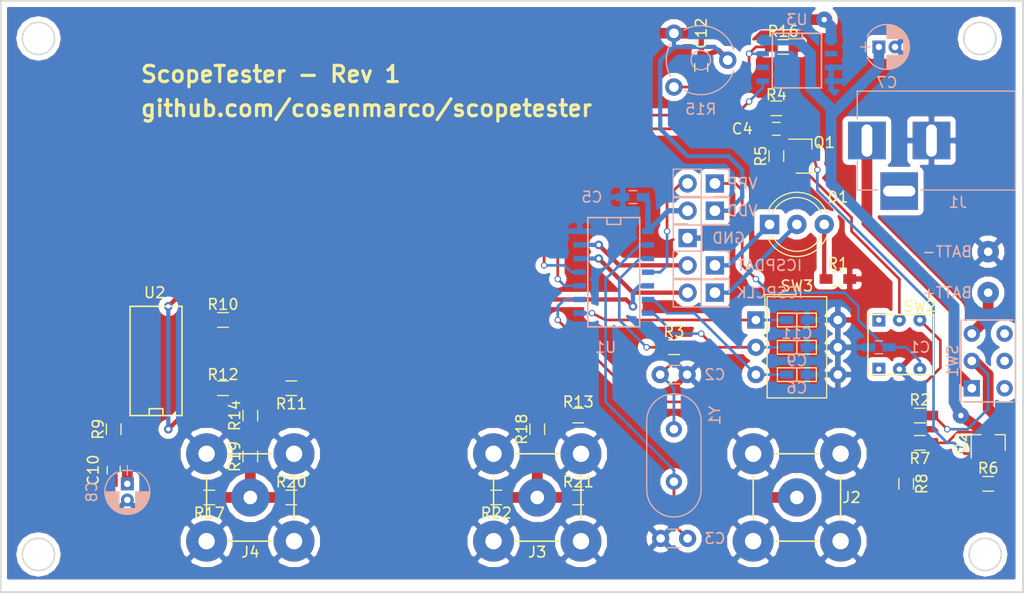
<source format=kicad_pcb>
(kicad_pcb (version 4) (host pcbnew 4.0.7+dfsg1-1)
  (title_block (title ScopeTester) (date 2017-12-22) (rev 1))
  (layers (0 F.Cu signal) (31 B.Cu signal hide) (34 B.Paste user hide) (35 F.Paste user hide) (36 B.SilkS user) (37 F.SilkS user) (38 B.Mask user) (39 F.Mask user) (44 Edge.Cuts user))
  (net 0 "")
  (net 1 "Net-(BT1-Pad1)")
  (net 2 SWITCH)
  (net 3 GND)
  (net 4 "Net-(C4-Pad1)")
  (net 5 VDD)
  (net 6 "Net-(C6-Pad1)")
  (net 7 "Net-(C7-Pad1)")
  (net 8 "Net-(C9-Pad1)")
  (net 9 "Net-(C11-Pad1)")
  (net 10 "Net-(C12-Pad2)")
  (net 11 "Net-(J1-Pad1)")
  (net 12 "Net-(J1-Pad3)")
  (net 13 "Net-(J2-Pad1)")
  (net 14 "Net-(J3-Pad1)")
  (net 15 "Net-(J4-Pad1)")
  (net 16 "Net-(Q1-Pad3)")
  (net 17 "Net-(Q2-Pad2)")
  (net 18 "Net-(D1-Pad3)")
  (net 19 "Net-(R2-Pad1)")
  (net 20 "Net-(R3-Pad1)")
  (net 21 "Net-(C2-Pad1)")
  (net 22 SHUTDOWN)
  (net 23 SENSE)
  (net 24 "Net-(R9-Pad2)")
  (net 25 "Net-(R10-Pad1)")
  (net 26 "Net-(R11-Pad2)")
  (net 27 "Net-(R12-Pad1)")
  (net 28 "Net-(R13-Pad1)")
  (net 29 "Net-(R14-Pad1)")
  (net 30 "Net-(C3-Pad1)")
  (net 31 "Net-(JP3-Pad2)")
  (net 32 "Net-(U1-Pad5)")
  (net 33 ERR)
  (net 34 "Net-(JP2-Pad2)")
  (net 35 "Net-(JP1-Pad2)")
  (net 36 "Net-(U2-Pad4)")
  (net 37 "Net-(U2-Pad6)")
  (net 38 "Net-(U2-Pad8)")
  (net 39 "Net-(U2-Pad12)")
  (net 40 "Net-(U2-Pad10)")
  (net 41 "Net-(U3-Pad6)")
  (net 42 "Net-(U3-Pad2)")
  (net 43 "Net-(D1-Pad1)")
  (net 44 "Net-(D1-Pad2)")
  (net 45 "Net-(SW1-Pad4)")
  (net 46 "Net-(SW1-Pad5)")
  (net 47 "Net-(SW1-Pad6)")
  (net 48 "Net-(SW2-Pad4)")
  (net 49 "Net-(SW2-Pad1)")
  (net 50 "Net-(C5-Pad2)")
  (module Capacitors_SMD:C_0603_HandSoldering (layer B.Cu) (at 181.61 62.23 180)
    (fp_text reference C1 (at -3.81 0 180) (layer B.SilkS) (effects (justify mirror)))
    (fp_text value 330nF)
    (pad 1 smd rect (at -0.95 0 180) (size 1.2 0.75) (layers B.Cu B.Paste B.Mask) (net 2 SWITCH))
    (pad 2 smd rect (at 0.95 0 180) (size 1.2 0.75) (layers B.Cu B.Paste B.Mask) (net 3 GND))
  )
  (module Capacitors_SMD:C_0603_HandSoldering (layer F.Cu) (at 172.085 41.91 180)
    (fp_text reference C4 (at 3.175 0 180) (layer F.SilkS))
    (fp_text value 0.22µF)
    (pad 1 smd rect (at -0.95 0 180) (size 1.2 0.75) (layers F.Cu F.Paste F.Mask) (net 4 "Net-(C4-Pad1)"))
    (pad 2 smd rect (at 0.95 0 180) (size 1.2 0.75) (layers F.Cu F.Paste F.Mask) (net 3 GND))
  )
  (module Capacitors_SMD:C_0603_HandSoldering (layer B.Cu) (at 158.75 48.26)
    (fp_text reference C5 (at -3.81 0) (layer B.SilkS) (effects (justify mirror)))
    (fp_text value 100nF)
    (pad 1 smd rect (at -0.95 0) (size 1.2 0.75) (layers B.Cu B.Paste B.Mask) (net 3 GND))
    (pad 2 smd rect (at 0.95 0) (size 1.2 0.75) (layers B.Cu B.Paste B.Mask) (net 50 "Net-(C5-Pad2)"))
  )
  (module Capacitors_SMD:C_0603_HandSoldering (layer B.Cu) (at 173.99 64.77)
    (fp_text reference C6 (at 0 1.25) (layer B.SilkS) (effects (justify mirror)))
    (fp_text value 0)
    (pad 1 smd rect (at -0.95 0) (size 1.2 0.75) (layers B.Cu B.Paste B.Mask) (net 6 "Net-(C6-Pad1)"))
    (pad 2 smd rect (at 0.95 0) (size 1.2 0.75) (layers B.Cu B.Paste B.Mask) (net 3 GND))
  )
  (module Capacitors_THT:CP_Radial_D4.0mm_P1.50mm (layer B.Cu) (at 181.61 34.29)
    (fp_text reference C7 (at 0.75 3.31) (layer B.SilkS) (effects (justify mirror)))
    (fp_text value 3.3µF)
    (pad 1 thru_hole rect (at 0 0) (size 1.2 1.2) (drill 0.6) (layers *.Cu *.Mask) (net 7 "Net-(C7-Pad1)"))
    (pad 2 thru_hole circle (at 1.5 0) (size 1.2 1.2) (drill 0.6) (layers *.Cu *.Mask) (net 3 GND))
  )
  (module Capacitors_THT:CP_Radial_D4.0mm_P1.50mm (layer B.Cu) (at 111.76 74.93 270)
    (fp_text reference C8 (at 0.75 3.31 270) (layer B.SilkS) (effects (justify mirror)))
    (fp_text value 10µF)
    (pad 1 thru_hole rect (at 0 0 270) (size 1.2 1.2) (drill 0.6) (layers *.Cu *.Mask) (net 5 VDD))
    (pad 2 thru_hole circle (at 1.5 0 270) (size 1.2 1.2) (drill 0.6) (layers *.Cu *.Mask) (net 3 GND))
  )
  (module Capacitors_SMD:C_0603_HandSoldering (layer B.Cu) (at 173.99 62.23)
    (fp_text reference C9 (at 0 1.25) (layer B.SilkS) (effects (justify mirror)))
    (fp_text value 0)
    (pad 1 smd rect (at -0.95 0) (size 1.2 0.75) (layers B.Cu B.Paste B.Mask) (net 8 "Net-(C9-Pad1)"))
    (pad 2 smd rect (at 0.95 0) (size 1.2 0.75) (layers B.Cu B.Paste B.Mask) (net 3 GND))
  )
  (module Capacitors_SMD:C_0603_HandSoldering (layer F.Cu) (at 110.49 73.66 270)
    (fp_text reference C10 (at 0 1.905 270) (layer F.SilkS))
    (fp_text value 0.01µF)
    (pad 1 smd rect (at -0.95 0 270) (size 1.2 0.75) (layers F.Cu F.Paste F.Mask) (net 5 VDD))
    (pad 2 smd rect (at 0.95 0 270) (size 1.2 0.75) (layers F.Cu F.Paste F.Mask) (net 3 GND))
  )
  (module Capacitors_SMD:C_0603_HandSoldering (layer B.Cu) (at 173.99 59.69)
    (fp_text reference C11 (at 0 1.25) (layer B.SilkS) (effects (justify mirror)))
    (fp_text value 0)
    (pad 1 smd rect (at -0.95 0) (size 1.2 0.75) (layers B.Cu B.Paste B.Mask) (net 9 "Net-(C11-Pad1)"))
    (pad 2 smd rect (at 0.95 0) (size 1.2 0.75) (layers B.Cu B.Paste B.Mask) (net 3 GND))
  )
  (module Capacitors_SMD:C_0603_HandSoldering (layer F.Cu) (at 165.1 36.195 270)
    (fp_text reference C12 (at -3.175 0 270) (layer F.SilkS))
    (fp_text value 0.01µF)
    (pad 1 smd rect (at -0.95 0 270) (size 1.2 0.75) (layers F.Cu F.Paste F.Mask) (net 5 VDD))
    (pad 2 smd rect (at 0.95 0 270) (size 1.2 0.75) (layers F.Cu F.Paste F.Mask) (net 10 "Net-(C12-Pad2)"))
  )
  (module Connectors:BARREL_JACK (layer B.Cu) (at 180.5 43 180)
    (fp_text reference J1 (at -8.45 -5.75 360) (layer B.SilkS) (effects (justify mirror)))
    (fp_text value 5VDC)
    (pad 1 thru_hole rect (at 0 0 180) (size 3.5 3.5) (drill oval 1 3) (layers *.Cu *.Mask) (net 11 "Net-(J1-Pad1)"))
    (pad 2 thru_hole rect (at -6 0 180) (size 3.5 3.5) (drill oval 1 3) (layers *.Cu *.Mask) (net 3 GND))
    (pad 3 thru_hole rect (at -3 -4.7 180) (size 3.5 3.5) (drill oval 3 1) (layers *.Cu *.Mask) (net 12 "Net-(J1-Pad3)"))
  )
  (module Conns:bnc-ci-large (layer F.Cu) (at 173.99 76.2)
    (fp_text reference J2 (at 5.08 0) (layer F.SilkS))
    (fp_text value 2.5Vpp)
    (pad 2 thru_hole circle (at -4.064 -4.064) (size 3.81 3.81) (drill 1.524) (layers *.Cu *.Mask) (net 3 GND))
    (pad 1 thru_hole circle (at 0 0) (size 3.556 3.556) (drill 1.27) (layers *.Cu *.Mask) (net 13 "Net-(J2-Pad1)"))
    (pad 2 thru_hole circle (at 4.064 -4.064) (size 3.81 3.81) (drill 1.524) (layers *.Cu *.Mask) (net 3 GND))
    (pad 2 thru_hole circle (at -4.064 4.064) (size 3.81 3.81) (drill 1.524) (layers *.Cu *.Mask) (net 3 GND))
    (pad 2 thru_hole circle (at 4.064 4.064) (size 3.81 3.81) (drill 1.524) (layers *.Cu *.Mask) (net 3 GND))
  )
  (module Conns:bnc-ci-large (layer F.Cu) (at 149.86 76.2)
    (fp_text reference J3 (at 0 5.08) (layer F.SilkS))
    (fp_text value 250mV)
    (pad 2 thru_hole circle (at -4.064 -4.064) (size 3.81 3.81) (drill 1.524) (layers *.Cu *.Mask) (net 3 GND))
    (pad 1 thru_hole circle (at 0 0) (size 3.556 3.556) (drill 1.27) (layers *.Cu *.Mask) (net 14 "Net-(J3-Pad1)"))
    (pad 2 thru_hole circle (at 4.064 -4.064) (size 3.81 3.81) (drill 1.524) (layers *.Cu *.Mask) (net 3 GND))
    (pad 2 thru_hole circle (at -4.064 4.064) (size 3.81 3.81) (drill 1.524) (layers *.Cu *.Mask) (net 3 GND))
    (pad 2 thru_hole circle (at 4.064 4.064) (size 3.81 3.81) (drill 1.524) (layers *.Cu *.Mask) (net 3 GND))
  )
  (module Conns:bnc-ci-large (layer F.Cu) (at 123.19 76.2)
    (fp_text reference J4 (at 0 5.08) (layer F.SilkS))
    (fp_text value "25mVpp into 50 Ohm")
    (pad 2 thru_hole circle (at -4.064 -4.064) (size 3.81 3.81) (drill 1.524) (layers *.Cu *.Mask) (net 3 GND))
    (pad 1 thru_hole circle (at 0 0) (size 3.556 3.556) (drill 1.27) (layers *.Cu *.Mask) (net 15 "Net-(J4-Pad1)"))
    (pad 2 thru_hole circle (at 4.064 -4.064) (size 3.81 3.81) (drill 1.524) (layers *.Cu *.Mask) (net 3 GND))
    (pad 2 thru_hole circle (at -4.064 4.064) (size 3.81 3.81) (drill 1.524) (layers *.Cu *.Mask) (net 3 GND))
    (pad 2 thru_hole circle (at 4.064 4.064) (size 3.81 3.81) (drill 1.524) (layers *.Cu *.Mask) (net 3 GND))
  )
  (module TO_SOT_Packages_SMD:SOT-23 (layer F.Cu) (at 174.625 44.45)
    (fp_text reference Q1 (at 1.905 -1.27) (layer F.SilkS))
    (fp_text value BSS138)
    (pad 1 smd rect (at -1 -0.95) (size 0.9 0.8) (layers F.Cu F.Paste F.Mask) (net 4 "Net-(C4-Pad1)"))
    (pad 2 smd rect (at -1 0.95) (size 0.9 0.8) (layers F.Cu F.Paste F.Mask) (net 3 GND))
    (pad 3 smd rect (at 1 0) (size 0.9 0.8) (layers F.Cu F.Paste F.Mask) (net 16 "Net-(Q1-Pad3)"))
  )
  (module TO_SOT_Packages_SMD:SOT-23 (layer F.Cu) (at 191.77 71.12 90)
    (fp_text reference Q2 (at 0 -2.5 90) (layer F.SilkS))
    (fp_text value IRLML6401)
    (pad 1 smd rect (at -1 -0.95 90) (size 0.9 0.8) (layers F.Cu F.Paste F.Mask) (net 16 "Net-(Q1-Pad3)"))
    (pad 2 smd rect (at -1 0.95 90) (size 0.9 0.8) (layers F.Cu F.Paste F.Mask) (net 17 "Net-(Q2-Pad2)"))
    (pad 3 smd rect (at 1 0 90) (size 0.9 0.8) (layers F.Cu F.Paste F.Mask) (net 7 "Net-(C7-Pad1)"))
  )
  (module Resistors_SMD:R_0603_HandSoldering (layer F.Cu) (at 177.8 55.88)
    (fp_text reference R1 (at 0 -1.45) (layer F.SilkS))
    (fp_text value 560R)
    (pad 1 smd rect (at -1.1 0) (size 1.2 0.9) (layers F.Cu F.Paste F.Mask) (net 18 "Net-(D1-Pad3)"))
    (pad 2 smd rect (at 1.1 0) (size 1.2 0.9) (layers F.Cu F.Paste F.Mask) (net 3 GND))
  )
  (module Resistors_SMD:R_0603_HandSoldering (layer F.Cu) (at 185.42 68.58)
    (fp_text reference R2 (at 0 -1.45) (layer F.SilkS))
    (fp_text value 10K)
    (pad 1 smd rect (at -1.1 0) (size 1.2 0.9) (layers F.Cu F.Paste F.Mask) (net 19 "Net-(R2-Pad1)"))
    (pad 2 smd rect (at 1.1 0) (size 1.2 0.9) (layers F.Cu F.Paste F.Mask) (net 17 "Net-(Q2-Pad2)"))
  )
  (module Resistors_SMD:R_0603_HandSoldering (layer F.Cu) (at 162.56 62.23)
    (fp_text reference R3 (at 0 -1.45) (layer F.SilkS))
    (fp_text value 0R)
    (pad 1 smd rect (at -1.1 0) (size 1.2 0.9) (layers F.Cu F.Paste F.Mask) (net 20 "Net-(R3-Pad1)"))
    (pad 2 smd rect (at 1.1 0) (size 1.2 0.9) (layers F.Cu F.Paste F.Mask) (net 21 "Net-(C2-Pad1)"))
  )
  (module Resistors_SMD:R_0603_HandSoldering (layer F.Cu) (at 172.085 40.005 180)
    (fp_text reference R4 (at 0 1.27 180) (layer F.SilkS))
    (fp_text value 5K6)
    (pad 1 smd rect (at -1.1 0 180) (size 1.2 0.9) (layers F.Cu F.Paste F.Mask) (net 4 "Net-(C4-Pad1)"))
    (pad 2 smd rect (at 1.1 0 180) (size 1.2 0.9) (layers F.Cu F.Paste F.Mask) (net 22 SHUTDOWN))
  )
  (module Resistors_SMD:R_0603_HandSoldering (layer F.Cu) (at 172.085 44.45 90)
    (fp_text reference R5 (at 0 -1.45 90) (layer F.SilkS))
    (fp_text value 56K)
    (pad 1 smd rect (at -1.1 0 90) (size 1.2 0.9) (layers F.Cu F.Paste F.Mask) (net 3 GND))
    (pad 2 smd rect (at 1.1 0 90) (size 1.2 0.9) (layers F.Cu F.Paste F.Mask) (net 4 "Net-(C4-Pad1)"))
  )
  (module Resistors_SMD:R_0603_HandSoldering (layer F.Cu) (at 191.77 74.93)
    (fp_text reference R6 (at 0 -1.45) (layer F.SilkS))
    (fp_text value 56K)
    (pad 1 smd rect (at -1.1 0) (size 1.2 0.9) (layers F.Cu F.Paste F.Mask) (net 16 "Net-(Q1-Pad3)"))
    (pad 2 smd rect (at 1.1 0) (size 1.2 0.9) (layers F.Cu F.Paste F.Mask) (net 17 "Net-(Q2-Pad2)"))
  )
  (module Resistors_SMD:R_0603_HandSoldering (layer F.Cu) (at 185.42 71.12 180)
    (fp_text reference R7 (at 0 -1.45 180) (layer F.SilkS))
    (fp_text value 33k)
    (pad 1 smd rect (at -1.1 0 180) (size 1.2 0.9) (layers F.Cu F.Paste F.Mask) (net 7 "Net-(C7-Pad1)"))
    (pad 2 smd rect (at 1.1 0 180) (size 1.2 0.9) (layers F.Cu F.Paste F.Mask) (net 23 SENSE))
  )
  (module Resistors_SMD:R_0603_HandSoldering (layer F.Cu) (at 184.15 74.93 270)
    (fp_text reference R8 (at 0 -1.45 270) (layer F.SilkS))
    (fp_text value 12k)
    (pad 1 smd rect (at -1.1 0 270) (size 1.2 0.9) (layers F.Cu F.Paste F.Mask) (net 23 SENSE))
    (pad 2 smd rect (at 1.1 0 270) (size 1.2 0.9) (layers F.Cu F.Paste F.Mask) (net 3 GND))
  )
  (module Resistors_SMD:R_0603_HandSoldering (layer F.Cu) (at 110.49 69.85 90)
    (fp_text reference R9 (at 0 -1.45 90) (layer F.SilkS))
    (fp_text value 15R)
    (pad 1 smd rect (at -1.1 0 90) (size 1.2 0.9) (layers F.Cu F.Paste F.Mask) (net 5 VDD))
    (pad 2 smd rect (at 1.1 0 90) (size 1.2 0.9) (layers F.Cu F.Paste F.Mask) (net 24 "Net-(R9-Pad2)"))
  )
  (module Resistors_SMD:R_0603_HandSoldering (layer F.Cu) (at 120.65 59.69)
    (fp_text reference R10 (at 0 -1.45) (layer F.SilkS))
    (fp_text value 15R)
    (pad 1 smd rect (at -1.1 0) (size 1.2 0.9) (layers F.Cu F.Paste F.Mask) (net 25 "Net-(R10-Pad1)"))
    (pad 2 smd rect (at 1.1 0) (size 1.2 0.9) (layers F.Cu F.Paste F.Mask) (net 3 GND))
  )
  (module Resistors_SMD:R_0603_HandSoldering (layer F.Cu) (at 127 66.04 180)
    (fp_text reference R11 (at 0 -1.45 180) (layer F.SilkS))
    (fp_text value 150R)
    (pad 1 smd rect (at -1.1 0 180) (size 1.2 0.9) (layers F.Cu F.Paste F.Mask) (net 13 "Net-(J2-Pad1)"))
    (pad 2 smd rect (at 1.1 0 180) (size 1.2 0.9) (layers F.Cu F.Paste F.Mask) (net 26 "Net-(R11-Pad2)"))
  )
  (module Resistors_SMD:R_0603_HandSoldering (layer F.Cu) (at 120.65 66.04 180)
    (fp_text reference R12 (at 0 1.27 180) (layer F.SilkS))
    (fp_text value 226R)
    (pad 1 smd rect (at -1.1 0 180) (size 1.2 0.9) (layers F.Cu F.Paste F.Mask) (net 27 "Net-(R12-Pad1)"))
    (pad 2 smd rect (at 1.1 0 180) (size 1.2 0.9) (layers F.Cu F.Paste F.Mask) (net 26 "Net-(R11-Pad2)"))
  )
  (module Resistors_SMD:R_0603_HandSoldering (layer F.Cu) (at 153.67 68.58)
    (fp_text reference R13 (at 0 -1.27 180) (layer F.SilkS))
    (fp_text value 301R)
    (pad 1 smd rect (at -1.1 0) (size 1.2 0.9) (layers F.Cu F.Paste F.Mask) (net 28 "Net-(R13-Pad1)"))
    (pad 2 smd rect (at 1.1 0) (size 1.2 0.9) (layers F.Cu F.Paste F.Mask) (net 13 "Net-(J2-Pad1)"))
  )
  (module Resistors_SMD:R_0603_HandSoldering (layer F.Cu) (at 123.19 68.58 90)
    (fp_text reference R14 (at 0 -1.45 90) (layer F.SilkS))
    (fp_text value 1K5)
    (pad 1 smd rect (at -1.1 0 90) (size 1.2 0.9) (layers F.Cu F.Paste F.Mask) (net 29 "Net-(R14-Pad1)"))
    (pad 2 smd rect (at 1.1 0 90) (size 1.2 0.9) (layers F.Cu F.Paste F.Mask) (net 27 "Net-(R12-Pad1)"))
  )
  (module Potentiometers:Potentiometer_Trimmer_Piher_PT-6v_Horizontal (layer B.Cu) (at 162.56 33.02)
    (fp_text reference R15 (at 2.5 7.06) (layer B.SilkS) (effects (justify mirror)))
    (fp_text value 220K)
    (pad 3 thru_hole circle (at 0 5) (size 1.62 1.62) (drill 0.9) (layers *.Cu *.Mask) (net 10 "Net-(C12-Pad2)"))
    (pad 2 thru_hole circle (at 5 2.5) (size 1.62 1.62) (drill 0.9) (layers *.Cu *.Mask) (net 5 VDD))
    (pad 1 thru_hole circle (at 0 0) (size 1.62 1.62) (drill 0.9) (layers *.Cu *.Mask) (net 5 VDD))
  )
  (module Resistors_SMD:R_0603_HandSoldering (layer F.Cu) (at 172.72 34.29)
    (fp_text reference R16 (at 0 -1.45) (layer F.SilkS))
    (fp_text value 100K)
    (pad 1 smd rect (at -1.1 0) (size 1.2 0.9) (layers F.Cu F.Paste F.Mask) (net 10 "Net-(C12-Pad2)"))
    (pad 2 smd rect (at 1.1 0) (size 1.2 0.9) (layers F.Cu F.Paste F.Mask) (net 3 GND))
  )
  (module Resistors_SMD:R_0603_HandSoldering (layer F.Cu) (at 119.38 76.2 180)
    (fp_text reference R17 (at 0 -1.45 180) (layer F.SilkS))
    (fp_text value 100R)
    (pad 1 smd rect (at -1.1 0 180) (size 1.2 0.9) (layers F.Cu F.Paste F.Mask) (net 15 "Net-(J4-Pad1)"))
    (pad 2 smd rect (at 1.1 0 180) (size 1.2 0.9) (layers F.Cu F.Paste F.Mask) (net 3 GND))
  )
  (module Resistors_SMD:R_0603_HandSoldering (layer F.Cu) (at 149.86 69.85 90)
    (fp_text reference R18 (at 0 -1.45 90) (layer F.SilkS))
    (fp_text value 150R)
    (pad 1 smd rect (at -1.1 0 90) (size 1.2 0.9) (layers F.Cu F.Paste F.Mask) (net 14 "Net-(J3-Pad1)"))
    (pad 2 smd rect (at 1.1 0 90) (size 1.2 0.9) (layers F.Cu F.Paste F.Mask) (net 28 "Net-(R13-Pad1)"))
  )
  (module Resistors_SMD:R_0603_HandSoldering (layer F.Cu) (at 123.19 72.39 90)
    (fp_text reference R19 (at 0 -1.45 90) (layer F.SilkS))
    (fp_text value 1K5)
    (pad 1 smd rect (at -1.1 0 90) (size 1.2 0.9) (layers F.Cu F.Paste F.Mask) (net 15 "Net-(J4-Pad1)"))
    (pad 2 smd rect (at 1.1 0 90) (size 1.2 0.9) (layers F.Cu F.Paste F.Mask) (net 29 "Net-(R14-Pad1)"))
  )
  (module Resistors_SMD:R_0603_HandSoldering (layer F.Cu) (at 127 76.2)
    (fp_text reference R20 (at 0 -1.45) (layer F.SilkS))
    (fp_text value 100R)
    (pad 1 smd rect (at -1.1 0) (size 1.2 0.9) (layers F.Cu F.Paste F.Mask) (net 15 "Net-(J4-Pad1)"))
    (pad 2 smd rect (at 1.1 0) (size 1.2 0.9) (layers F.Cu F.Paste F.Mask) (net 3 GND))
  )
  (module Resistors_SMD:R_0603_HandSoldering (layer F.Cu) (at 153.67 76.2)
    (fp_text reference R21 (at 0 -1.45) (layer F.SilkS))
    (fp_text value 100R)
    (pad 1 smd rect (at -1.1 0) (size 1.2 0.9) (layers F.Cu F.Paste F.Mask) (net 14 "Net-(J3-Pad1)"))
    (pad 2 smd rect (at 1.1 0) (size 1.2 0.9) (layers F.Cu F.Paste F.Mask) (net 3 GND))
  )
  (module Resistors_SMD:R_0603_HandSoldering (layer F.Cu) (at 146.05 76.2 180)
    (fp_text reference R22 (at 0 -1.45 180) (layer F.SilkS))
    (fp_text value 100R)
    (pad 1 smd rect (at -1.1 0 180) (size 1.2 0.9) (layers F.Cu F.Paste F.Mask) (net 14 "Net-(J3-Pad1)"))
    (pad 2 smd rect (at 1.1 0 180) (size 1.2 0.9) (layers F.Cu F.Paste F.Mask) (net 3 GND))
  )
  (module Buttons_Switches_THT:SW_DIP_x3_W7.62mm_Slide_LowProfile (layer F.Cu) (at 170.18 59.69)
    (fp_text reference SW3 (at 3.81 -3.17) (layer F.SilkS))
    (fp_text value "FREQ SEL")
    (pad 1 thru_hole rect (at 0 0) (size 1.6 1.6) (drill 0.8) (layers *.Cu *.Mask) (net 9 "Net-(C11-Pad1)"))
    (pad 4 thru_hole oval (at 7.62 5.08) (size 1.6 1.6) (drill 0.8) (layers *.Cu *.Mask) (net 3 GND))
    (pad 2 thru_hole oval (at 0 2.54) (size 1.6 1.6) (drill 0.8) (layers *.Cu *.Mask) (net 8 "Net-(C9-Pad1)"))
    (pad 5 thru_hole oval (at 7.62 2.54) (size 1.6 1.6) (drill 0.8) (layers *.Cu *.Mask) (net 3 GND))
    (pad 3 thru_hole oval (at 0 5.08) (size 1.6 1.6) (drill 0.8) (layers *.Cu *.Mask) (net 6 "Net-(C6-Pad1)"))
    (pad 6 thru_hole oval (at 7.62 0) (size 1.6 1.6) (drill 0.8) (layers *.Cu *.Mask) (net 3 GND))
  )
  (module SMD_Packages:SOIC-14_N (layer B.Cu) (at 156.845 55.245 270)
    (fp_text reference U1 (at 6.985 0.635 360) (layer B.SilkS) (effects (justify mirror)))
    (fp_text value PIC16F1823-I/ST)
    (pad 1 smd rect (at -3.81 -3.302 270) (size 0.508 1.143) (layers B.Cu B.Paste B.Mask) (net 50 "Net-(C5-Pad2)"))
    (pad 2 smd rect (at -2.54 -3.302 270) (size 0.508 1.143) (layers B.Cu B.Paste B.Mask) (net 30 "Net-(C3-Pad1)"))
    (pad 3 smd rect (at -1.27 -3.302 270) (size 0.508 1.143) (layers B.Cu B.Paste B.Mask) (net 20 "Net-(R3-Pad1)"))
    (pad 4 smd rect (at 0 -3.302 270) (size 0.508 1.143) (layers B.Cu B.Paste B.Mask) (net 31 "Net-(JP3-Pad2)"))
    (pad 5 smd rect (at 1.27 -3.302 270) (size 0.508 1.143) (layers B.Cu B.Paste B.Mask) (net 32 "Net-(U1-Pad5)"))
    (pad 6 smd rect (at 2.54 -3.302 270) (size 0.508 1.143) (layers B.Cu B.Paste B.Mask) (net 6 "Net-(C6-Pad1)"))
    (pad 7 smd rect (at 3.81 -3.302 270) (size 0.508 1.143) (layers B.Cu B.Paste B.Mask) (net 8 "Net-(C9-Pad1)"))
    (pad 8 smd rect (at 3.81 3.048 270) (size 0.508 1.143) (layers B.Cu B.Paste B.Mask) (net 9 "Net-(C11-Pad1)"))
    (pad 9 smd rect (at 2.54 3.048 270) (size 0.508 1.143) (layers B.Cu B.Paste B.Mask) (net 23 SENSE))
    (pad 11 smd rect (at 0 3.048 270) (size 0.508 1.143) (layers B.Cu B.Paste B.Mask) (net 33 ERR))
    (pad 12 smd rect (at -1.27 3.048 270) (size 0.508 1.143) (layers B.Cu B.Paste B.Mask) (net 34 "Net-(JP2-Pad2)"))
    (pad 13 smd rect (at -2.54 3.048 270) (size 0.508 1.143) (layers B.Cu B.Paste B.Mask) (net 35 "Net-(JP1-Pad2)"))
    (pad 14 smd rect (at -3.81 3.048 270) (size 0.508 1.143) (layers B.Cu B.Paste B.Mask) (net 3 GND))
    (pad 10 smd rect (at 1.27 3.048 270) (size 0.508 1.143) (layers B.Cu B.Paste B.Mask) (net 22 SHUTDOWN))
  )
  (module SMD_Packages:SOIC-14_N (layer F.Cu) (at 114.3 63.5 90)
    (fp_text reference U2 (at 6.35 0 180) (layer F.SilkS))
    (fp_text value 74AC14)
    (pad 1 smd rect (at -3.81 3.302 90) (size 0.508 1.143) (layers F.Cu F.Paste F.Mask) (net 32 "Net-(U1-Pad5)"))
    (pad 2 smd rect (at -2.54 3.302 90) (size 0.508 1.143) (layers F.Cu F.Paste F.Mask) (net 26 "Net-(R11-Pad2)"))
    (pad 3 smd rect (at -1.27 3.302 90) (size 0.508 1.143) (layers F.Cu F.Paste F.Mask) (net 3 GND))
    (pad 4 smd rect (at 0 3.302 90) (size 0.508 1.143) (layers F.Cu F.Paste F.Mask) (net 36 "Net-(U2-Pad4)"))
    (pad 5 smd rect (at 1.27 3.302 90) (size 0.508 1.143) (layers F.Cu F.Paste F.Mask) (net 3 GND))
    (pad 6 smd rect (at 2.54 3.302 90) (size 0.508 1.143) (layers F.Cu F.Paste F.Mask) (net 37 "Net-(U2-Pad6)"))
    (pad 7 smd rect (at 3.81 3.302 90) (size 0.508 1.143) (layers F.Cu F.Paste F.Mask) (net 25 "Net-(R10-Pad1)"))
    (pad 8 smd rect (at 3.81 -3.048 90) (size 0.508 1.143) (layers F.Cu F.Paste F.Mask) (net 38 "Net-(U2-Pad8)"))
    (pad 9 smd rect (at 2.54 -3.048 90) (size 0.508 1.143) (layers F.Cu F.Paste F.Mask) (net 3 GND))
    (pad 11 smd rect (at 0 -3.048 90) (size 0.508 1.143) (layers F.Cu F.Paste F.Mask) (net 3 GND))
    (pad 12 smd rect (at -1.27 -3.048 90) (size 0.508 1.143) (layers F.Cu F.Paste F.Mask) (net 39 "Net-(U2-Pad12)"))
    (pad 13 smd rect (at -2.54 -3.048 90) (size 0.508 1.143) (layers F.Cu F.Paste F.Mask) (net 3 GND))
    (pad 14 smd rect (at -3.81 -3.048 90) (size 0.508 1.143) (layers F.Cu F.Paste F.Mask) (net 24 "Net-(R9-Pad2)"))
    (pad 10 smd rect (at 1.27 -3.048 90) (size 0.508 1.143) (layers F.Cu F.Paste F.Mask) (net 40 "Net-(U2-Pad10)"))
  )
  (module SMD_Packages:SOIC-8-N (layer B.Cu) (at 173.99 35.56 270)
    (fp_text reference U3 (at -3.81 0 360) (layer B.SilkS) (effects (justify mirror)))
    (fp_text value TS2951)
    (pad 8 smd rect (at -1.905 3.175 270) (size 0.508 1.143) (layers B.Cu B.Paste B.Mask) (net 7 "Net-(C7-Pad1)"))
    (pad 7 smd rect (at -0.635 3.175 270) (size 0.508 1.143) (layers B.Cu B.Paste B.Mask) (net 10 "Net-(C12-Pad2)"))
    (pad 6 smd rect (at 0.635 3.175 270) (size 0.508 1.143) (layers B.Cu B.Paste B.Mask) (net 41 "Net-(U3-Pad6)"))
    (pad 5 smd rect (at 1.905 3.175 270) (size 0.508 1.143) (layers B.Cu B.Paste B.Mask) (net 33 ERR))
    (pad 4 smd rect (at 1.905 -3.175 270) (size 0.508 1.143) (layers B.Cu B.Paste B.Mask) (net 3 GND))
    (pad 3 smd rect (at 0.635 -3.175 270) (size 0.508 1.143) (layers B.Cu B.Paste B.Mask) (net 3 GND))
    (pad 2 smd rect (at -0.635 -3.175 270) (size 0.508 1.143) (layers B.Cu B.Paste B.Mask) (net 42 "Net-(U3-Pad2)"))
    (pad 1 smd rect (at -1.905 -3.175 270) (size 0.508 1.143) (layers B.Cu B.Paste B.Mask) (net 5 VDD))
  )
  (module Crystals:Crystal_HC49-4H_Vertical (layer B.Cu) (at 162.56 69.85 270)
    (fp_text reference Y1 (at -1.27 -3.81 270) (layer B.SilkS) (effects (justify mirror)))
    (fp_text value 8.000Mhz)
    (pad 1 thru_hole circle (at 0 0 270) (size 1.5 1.5) (drill 0.8) (layers *.Cu *.Mask) (net 21 "Net-(C2-Pad1)"))
    (pad 2 thru_hole circle (at 4.88 0 270) (size 1.5 1.5) (drill 0.8) (layers *.Cu *.Mask) (net 30 "Net-(C3-Pad1)"))
  )
  (module Capacitors_THT:C_Disc_D3.0mm_W1.6mm_P2.50mm (layer B.Cu) (at 161.29 64.77)
    (fp_text reference C2 (at 5.08 0) (layer B.SilkS) (effects (justify mirror)))
    (fp_text value 22pF)
    (pad 1 thru_hole circle (at 0 0) (size 1.6 1.6) (drill 0.8) (layers *.Cu *.Mask) (net 21 "Net-(C2-Pad1)"))
    (pad 2 thru_hole circle (at 2.5 0) (size 1.6 1.6) (drill 0.8) (layers *.Cu *.Mask) (net 3 GND))
  )
  (module Capacitors_THT:C_Disc_D3.0mm_W1.6mm_P2.50mm (layer B.Cu) (at 163.83 80.01 180)
    (fp_text reference C3 (at -2.54 0 180) (layer B.SilkS) (effects (justify mirror)))
    (fp_text value 22pF)
    (pad 1 thru_hole circle (at 0 0 180) (size 1.6 1.6) (drill 0.8) (layers *.Cu *.Mask) (net 30 "Net-(C3-Pad1)"))
    (pad 2 thru_hole circle (at 2.5 0 180) (size 1.6 1.6) (drill 0.8) (layers *.Cu *.Mask) (net 3 GND))
  )
  (module Pin_Headers:Pin_Header_Straight_2x01_Pitch2.54mm (layer B.Cu) (at 166.37 54.61 180)
    (fp_text reference ICSPDAT (at -5.08 0 180) (layer B.SilkS) (effects (justify mirror)))
    (fp_text value Jumper)
    (pad 1 thru_hole rect (at 0 0 180) (size 1.7 1.7) (drill 1) (layers *.Cu *.Mask) (net 43 "Net-(D1-Pad1)"))
    (pad 2 thru_hole oval (at 2.54 0 180) (size 1.7 1.7) (drill 1) (layers *.Cu *.Mask) (net 35 "Net-(JP1-Pad2)"))
  )
  (module Pin_Headers:Pin_Header_Straight_2x01_Pitch2.54mm (layer B.Cu) (at 166.37 57.15 180)
    (fp_text reference ICSPCLK (at -5.08 0 180) (layer B.SilkS) (effects (justify mirror)))
    (fp_text value Jumper)
    (pad 1 thru_hole rect (at 0 0 180) (size 1.7 1.7) (drill 1) (layers *.Cu *.Mask) (net 44 "Net-(D1-Pad2)"))
    (pad 2 thru_hole oval (at 2.54 0 180) (size 1.7 1.7) (drill 1) (layers *.Cu *.Mask) (net 34 "Net-(JP2-Pad2)"))
  )
  (module Pin_Headers:Pin_Header_Straight_2x01_Pitch2.54mm (layer B.Cu) (at 166.37 46.99 180)
    (fp_text reference VPP (at -2.54 0 180) (layer B.SilkS) (effects (justify mirror)))
    (fp_text value Jumper)
    (pad 1 thru_hole rect (at 0 0 180) (size 1.7 1.7) (drill 1) (layers *.Cu *.Mask) (net 2 SWITCH))
    (pad 2 thru_hole oval (at 2.54 0 180) (size 1.7 1.7) (drill 1) (layers *.Cu *.Mask) (net 31 "Net-(JP3-Pad2)"))
  )
  (module Buttons_Switches:SW_DPDT_Slide_mini (layer B.Cu) (at 191.77 63.5 90)
    (fp_text reference SW1 (at 0 -3.302 90) (layer B.SilkS) (effects (justify mirror)))
    (fp_text value BATTERY/DC)
    (pad 1 thru_hole rect (at -2.54 -1.524 90) (size 1.524 1.524) (drill 0.8128) (layers *.Cu *.Mask) (net 11 "Net-(J1-Pad1)"))
    (pad 2 thru_hole circle (at 0 -1.524 90) (size 1.524 1.524) (drill 0.8128) (layers *.Cu *.Mask) (net 17 "Net-(Q2-Pad2)"))
    (pad 3 thru_hole circle (at 2.54 -1.524 90) (size 1.524 1.524) (drill 0.8128) (layers *.Cu *.Mask) (net 1 "Net-(BT1-Pad1)"))
    (pad 4 thru_hole circle (at 2.54 1.524 90) (size 1.524 1.524) (drill 0.8128) (layers *.Cu *.Mask) (net 45 "Net-(SW1-Pad4)"))
    (pad 5 thru_hole circle (at 0 1.524 90) (size 1.524 1.524) (drill 0.8128) (layers *.Cu *.Mask) (net 46 "Net-(SW1-Pad5)"))
    (pad 6 thru_hole circle (at -2.54 1.524 90) (size 1.524 1.524) (drill 0.8128) (layers *.Cu *.Mask) (net 47 "Net-(SW1-Pad6)"))
  )
  (module Buttons_Switches:DPDT_Button_mini (layer F.Cu) (at 181.61 59.69)
    (fp_text reference SW2 (at 3.81 -1.27) (layer F.SilkS))
    (fp_text value ON/OFF)
    (pad 6 thru_hole circle (at 3.81 4.572) (size 1.2 1.2) (drill 0.5) (layers *.Cu *.Mask) (net 2 SWITCH))
    (pad 5 thru_hole circle (at 1.905 4.572) (size 1.2 1.2) (drill 0.5) (layers *.Cu *.Mask) (net 3 GND))
    (pad 4 thru_hole rect (at 0 4.572) (size 1.2 1.2) (drill 0.5) (layers *.Cu *.Mask) (net 48 "Net-(SW2-Pad4)"))
    (pad 1 thru_hole rect (at 0 0) (size 1.2 1.2) (drill 0.5) (layers *.Cu *.Mask) (net 49 "Net-(SW2-Pad1)"))
    (pad 2 thru_hole circle (at 1.905 0) (size 1.2 1.2) (drill 0.5) (layers *.Cu *.Mask) (net 4 "Net-(C4-Pad1)"))
    (pad 3 thru_hole circle (at 3.81 0) (size 1.2 1.2) (drill 0.5) (layers *.Cu *.Mask) (net 19 "Net-(R2-Pad1)"))
  )
  (module LEDs:LED_D5.0mm-3 (layer F.Cu) (at 171.45 50.8)
    (fp_text reference D1 (at 6.35 -2.54) (layer F.SilkS))
    (fp_text value ON/ERROR)
    (pad 1 thru_hole rect (at 0 0) (size 1.8 1.8) (drill 0.9) (layers *.Cu *.Mask) (net 43 "Net-(D1-Pad1)"))
    (pad 2 thru_hole circle (at 2.54 0) (size 1.8 1.8) (drill 0.9) (layers *.Cu *.Mask) (net 44 "Net-(D1-Pad2)"))
    (pad 3 thru_hole circle (at 5.08 0) (size 1.8 1.8) (drill 0.9) (layers *.Cu *.Mask) (net 18 "Net-(D1-Pad3)"))
  )
  (module Pin_Headers:Pin_Header_Straight_2x01_Pitch2.54mm (layer B.Cu) (at 166.37 49.53 180)
    (fp_text reference VDD (at -2.54 0 180) (layer B.SilkS) (effects (justify mirror)))
    (fp_text value Jumper)
    (pad 1 thru_hole rect (at 0 0 180) (size 1.7 1.7) (drill 1) (layers *.Cu *.Mask) (net 5 VDD))
    (pad 2 thru_hole oval (at 2.54 0 180) (size 1.7 1.7) (drill 1) (layers *.Cu *.Mask) (net 50 "Net-(C5-Pad2)"))
  )
  (module Pin_Headers:Pin_Header_Straight_1x01_Pitch2.54mm (layer B.Cu) (at 163.83 52.07 270)
    (fp_text reference GND (at 0 -3.81 360) (layer B.SilkS) (effects (justify mirror)))
    (fp_text value GND)
    (pad 1 thru_hole rect (at 0 0 270) (size 1.7 1.7) (drill 1) (layers *.Cu *.Mask) (net 3 GND))
  )
  (module Wire_Pads:SolderWirePad_single_0-8mmDrill (layer B.Cu) (at 191.77 57.15 270)
    (fp_text reference BATT+ (at 0 3.81 360) (layer B.SilkS) (effects (justify mirror)))
    (fp_text value "4xLR6(AA)")
    (pad 1 thru_hole circle (at 0 0 270) (size 1.99898 1.99898) (drill 0.8001) (layers *.Cu *.Mask) (net 1 "Net-(BT1-Pad1)"))
  )
  (module Wire_Pads:SolderWirePad_single_0-8mmDrill (layer B.Cu) (at 191.77 53.34)
    (fp_text reference BATT- (at -3.81 0) (layer B.SilkS) (effects (justify mirror)))
    (fp_text value TEST)
    (pad 1 thru_hole circle (at 0 0) (size 1.99898 1.99898) (drill 0.8001) (layers *.Cu *.Mask) (net 3 GND))
  )
  (gr_text "ScopeTester - Rev 1" (at 125.095 36.83) (layer F.SilkS) (effects (font (size 1.5 1.5) (thickness 0.3))))
  (gr_text github.com/cosenmarco/scopetester (at 133.985 40.005) (layer F.SilkS) (effects (font (size 1.5 1.5) (thickness 0.3))))
  (gr_circle (center 103.5 33.5) (end 105 33.5) (layer Edge.Cuts) (width 0.15))
  (gr_circle (center 191 33.5) (end 192.5 33.5) (layer Edge.Cuts) (width 0.15))
  (gr_circle (center 191.5 81.5) (end 193 81.5) (layer Edge.Cuts) (width 0.15))
  (gr_circle (center 103.5 81.5) (end 105 81.5) (layer Edge.Cuts) (width 0.15))
  (gr_line (start 100 85) (end 100 30) (angle 90) (layer Edge.Cuts) (width 0.15))
  (gr_line (start 195 85) (end 100 85) (angle 90) (layer Edge.Cuts) (width 0.15))
  (gr_line (start 195 30) (end 195 85) (angle 90) (layer Edge.Cuts) (width 0.15))
  (gr_line (start 100 30) (end 195 30) (angle 90) (layer Edge.Cuts) (width 0.15))
  (segment (start 191.77 57.15) (end 191.77 59.436) (width 1) (layer F.Cu) (net 1))
  (segment (start 191.77 59.436) (end 190.246 60.96) (width 1) (layer F.Cu) (net 1))
  (segment (start 185.42 64.262) (end 185.42 63.5) (width 0.25) (layer B.Cu) (net 2))
  (segment (start 184.15 62.23) (end 182.245 62.23) (width 0.25) (layer B.Cu) (net 2))
  (segment (start 185.42 63.5) (end 184.15 62.23) (width 0.25) (layer B.Cu) (net 2))
  (segment (start 182.245 62.23) (end 179.705 59.69) (width 0.25) (layer B.Cu) (net 2))
  (segment (start 179.705 59.69) (end 179.705 58.42) (width 0.25) (layer B.Cu) (net 2))
  (segment (start 179.705 58.42) (end 178.435 57.15) (width 0.25) (layer B.Cu) (net 2))
  (segment (start 178.435 57.15) (end 171.45 57.15) (width 0.25) (layer B.Cu) (net 2))
  (segment (start 171.45 57.15) (end 170.18 55.88) (width 0.25) (layer B.Cu) (net 2))
  (via (at 170.18 55.88) (size 0.6) (drill 0.4) (layers F.Cu B.Cu) (net 2))
  (segment (start 170.18 55.88) (end 168.91 54.61) (width 0.25) (layer F.Cu) (net 2))
  (segment (start 168.91 54.61) (end 168.91 47.625) (width 0.25) (layer F.Cu) (net 2))
  (segment (start 168.91 47.625) (end 168.275 46.99) (width 0.25) (layer F.Cu) (net 2))
  (segment (start 168.275 46.99) (end 166.37 46.99) (width 0.25) (layer F.Cu) (net 2))
  (segment (start 180.66 62.23) (end 180.975 62.23) (width 0.25) (layer B.Cu) (net 3))
  (segment (start 173.625 43.5) (end 172.99 41.955) (width 0.25) (layer F.Cu) (net 4))
  (segment (start 172.99 41.955) (end 173.185 41.76) (width 0.25) (layer F.Cu) (net 4))
  (segment (start 173.185 41.76) (end 173.185 40.005) (width 0.25) (layer F.Cu) (net 4))
  (segment (start 183.515 59.69) (end 183.515 55.88) (width 0.25) (layer F.Cu) (net 4))
  (segment (start 174.625 44.45) (end 173.625 43.5) (width 0.25) (layer F.Cu) (net 4))
  (segment (start 174.625 45.72) (end 174.625 44.45) (width 0.25) (layer F.Cu) (net 4))
  (segment (start 179.07 50.165) (end 174.625 45.72) (width 0.25) (layer F.Cu) (net 4))
  (segment (start 179.07 51.435) (end 179.07 50.165) (width 0.25) (layer F.Cu) (net 4))
  (segment (start 183.515 55.88) (end 179.07 51.435) (width 0.25) (layer F.Cu) (net 4))
  (segment (start 173.625 40.445) (end 173.035 39.855) (width 0.25) (layer F.Cu) (net 4))
  (segment (start 173.625 43.5) (end 172.235 43.5) (width 0.25) (layer F.Cu) (net 4))
  (segment (start 172.235 43.5) (end 172.085 43.35) (width 0.25) (layer F.Cu) (net 4))
  (segment (start 167.56 35.52) (end 167.56 35.48) (width 0.5) (layer F.Cu) (net 5))
  (segment (start 167.56 35.48) (end 166.69 34.61) (width 0.5) (layer F.Cu) (net 5))
  (segment (start 166.69 34.61) (end 165.1 35.245) (width 0.5) (layer F.Cu) (net 5))
  (segment (start 165.1 35.245) (end 165.1 33.02) (width 0.5) (layer F.Cu) (net 5))
  (segment (start 110.49 72.71) (end 110.49 70.95) (width 1) (layer F.Cu) (net 5))
  (segment (start 106.68 68.58) (end 106.68 69.215) (width 1) (layer F.Cu) (net 5))
  (segment (start 106.68 52.07) (end 106.68 68.58) (width 1) (layer F.Cu) (net 5))
  (segment (start 125.73 33.02) (end 106.68 52.07) (width 1) (layer F.Cu) (net 5))
  (segment (start 162.56 33.02) (end 125.73 33.02) (width 1) (layer F.Cu) (net 5))
  (segment (start 111.76 71.755) (end 111.76 74.93) (width 1) (layer F.Cu) (net 5))
  (segment (start 110.955 70.95) (end 111.76 71.755) (width 1) (layer F.Cu) (net 5))
  (segment (start 108.415 70.95) (end 110.955 70.95) (width 1) (layer F.Cu) (net 5))
  (segment (start 106.68 69.215) (end 108.415 70.95) (width 1) (layer F.Cu) (net 5))
  (segment (start 166.33 34.29) (end 167.56 35.52) (width 0.4) (layer B.Cu) (net 5))
  (segment (start 162.56 34.29) (end 166.33 34.29) (width 0.4) (layer B.Cu) (net 5))
  (segment (start 167.64 49.53) (end 166.37 49.53) (width 0.4) (layer B.Cu) (net 5))
  (segment (start 168.91 48.26) (end 167.64 49.53) (width 0.4) (layer B.Cu) (net 5))
  (segment (start 168.91 45.72) (end 168.91 48.26) (width 0.4) (layer B.Cu) (net 5))
  (segment (start 167.64 44.45) (end 168.91 45.72) (width 0.4) (layer B.Cu) (net 5))
  (segment (start 163.83 44.45) (end 167.64 44.45) (width 0.4) (layer B.Cu) (net 5))
  (segment (start 161.29 41.91) (end 163.83 44.45) (width 0.4) (layer B.Cu) (net 5))
  (segment (start 161.29 35.56) (end 161.29 41.91) (width 0.4) (layer B.Cu) (net 5))
  (segment (start 162.56 34.29) (end 161.29 35.56) (width 0.4) (layer B.Cu) (net 5))
  (segment (start 162.56 33.02) (end 162.56 34.29) (width 0.4) (layer B.Cu) (net 5))
  (segment (start 177.165 32.385) (end 177.165 33.655) (width 1) (layer B.Cu) (net 5))
  (segment (start 176.53 31.75) (end 177.165 32.385) (width 1) (layer B.Cu) (net 5))
  (via (at 176.53 31.75) (size 1.5) (drill 0.5) (layers F.Cu B.Cu) (net 5))
  (segment (start 170.18 31.75) (end 176.53 31.75) (width 1) (layer F.Cu) (net 5))
  (segment (start 168.91 33.02) (end 170.18 31.75) (width 1) (layer F.Cu) (net 5))
  (segment (start 162.56 33.02) (end 165.1 33.02) (width 1) (layer F.Cu) (net 5))
  (segment (start 165.1 33.02) (end 168.91 33.02) (width 1) (layer F.Cu) (net 5))
  (segment (start 170.18 64.77) (end 164.465 59.055) (width 0.25) (layer B.Cu) (net 6))
  (segment (start 161.925 59.055) (end 160.655 57.785) (width 0.25) (layer B.Cu) (net 6))
  (segment (start 164.465 59.055) (end 161.925 59.055) (width 0.25) (layer B.Cu) (net 6))
  (segment (start 160.655 57.785) (end 160.147 57.785) (width 0.25) (layer B.Cu) (net 6))
  (segment (start 173.04 64.77) (end 170.18 64.77) (width 0.25) (layer B.Cu) (net 6))
  (segment (start 181.61 34.29) (end 181.61 36.195) (width 1) (layer B.Cu) (net 7))
  (segment (start 181.61 36.195) (end 177.165 40.64) (width 1) (layer B.Cu) (net 7))
  (segment (start 191.77 70.12) (end 188.96 70.12) (width 0.25) (layer F.Cu) (net 7))
  (segment (start 187.96 71.12) (end 186.52 71.12) (width 0.25) (layer F.Cu) (net 7))
  (segment (start 188.96 70.12) (end 187.96 71.12) (width 0.25) (layer F.Cu) (net 7))
  (segment (start 170.815 33.655) (end 173.99 33.655) (width 1) (layer B.Cu) (net 7))
  (segment (start 189.23 68.58) (end 191.405 70.12) (width 1) (layer F.Cu) (net 7))
  (via (at 189.23 68.58) (size 1.5) (drill 0.5) (layers F.Cu B.Cu) (net 7))
  (segment (start 188.595 67.31) (end 189.23 68.58) (width 1) (layer B.Cu) (net 7))
  (segment (start 188.595 58.42) (end 188.595 67.31) (width 1) (layer B.Cu) (net 7))
  (segment (start 177.165 46.99) (end 188.595 58.42) (width 1) (layer B.Cu) (net 7))
  (segment (start 177.165 40.005) (end 177.165 40.64) (width 1) (layer B.Cu) (net 7))
  (segment (start 177.165 40.64) (end 177.165 46.99) (width 1) (layer B.Cu) (net 7))
  (segment (start 175.26 38.1) (end 177.165 40.005) (width 1) (layer B.Cu) (net 7))
  (segment (start 175.26 34.925) (end 175.26 38.1) (width 1) (layer B.Cu) (net 7))
  (segment (start 173.99 33.655) (end 175.26 34.925) (width 1) (layer B.Cu) (net 7))
  (segment (start 191.405 70.12) (end 191.77 70.12) (width 1) (layer F.Cu) (net 7))
  (segment (start 160.147 59.055) (end 160.655 59.055) (width 0.25) (layer B.Cu) (net 8))
  (segment (start 160.655 59.055) (end 162.56 60.96) (width 0.25) (layer B.Cu) (net 8))
  (segment (start 162.56 60.96) (end 165.1 60.96) (width 0.25) (layer B.Cu) (net 8))
  (via (at 165.1 60.96) (size 0.6) (drill 0.4) (layers F.Cu B.Cu) (net 8))
  (segment (start 165.1 60.96) (end 166.37 62.23) (width 0.25) (layer F.Cu) (net 8))
  (segment (start 166.37 62.23) (end 170.18 62.23) (width 0.25) (layer F.Cu) (net 8))
  (segment (start 173.04 62.23) (end 170.18 62.23) (width 0.25) (layer B.Cu) (net 8))
  (segment (start 170.18 59.69) (end 156.21 59.69) (width 0.25) (layer F.Cu) (net 9))
  (segment (start 154.94 59.055) (end 153.797 59.055) (width 0.25) (layer B.Cu) (net 9))
  (via (at 154.94 59.055) (size 0.6) (drill 0.4) (layers F.Cu B.Cu) (net 9))
  (segment (start 156.21 59.69) (end 154.94 59.055) (width 0.25) (layer F.Cu) (net 9))
  (segment (start 173.04 59.69) (end 170.18 59.69) (width 0.25) (layer B.Cu) (net 9))
  (segment (start 162.56 38.02) (end 164.225 38.02) (width 0.25) (layer F.Cu) (net 10))
  (segment (start 164.225 38.02) (end 165.1 37.145) (width 0.25) (layer F.Cu) (net 10))
  (segment (start 171.62 34.29) (end 170.18 34.29) (width 0.25) (layer F.Cu) (net 10))
  (segment (start 170.18 34.29) (end 169.545 34.925) (width 0.25) (layer F.Cu) (net 10))
  (segment (start 165.1 37.145) (end 165.1 37.465) (width 0.25) (layer F.Cu) (net 10))
  (segment (start 165.1 37.465) (end 165.735 38.1) (width 0.25) (layer F.Cu) (net 10))
  (segment (start 165.735 38.1) (end 167.64 38.1) (width 0.25) (layer F.Cu) (net 10))
  (segment (start 167.64 38.1) (end 169.545 36.195) (width 0.25) (layer F.Cu) (net 10))
  (segment (start 169.545 36.195) (end 169.545 34.925) (width 0.25) (layer F.Cu) (net 10))
  (via (at 169.545 34.925) (size 0.6) (drill 0.4) (layers F.Cu B.Cu) (net 10))
  (segment (start 169.545 34.925) (end 170.815 34.925) (width 0.25) (layer B.Cu) (net 10))
  (segment (start 180.5 43) (end 180.5 50.64) (width 1) (layer F.Cu) (net 11))
  (segment (start 188.595 64.389) (end 190.246 66.04) (width 1) (layer F.Cu) (net 11))
  (segment (start 188.595 58.735) (end 188.595 64.389) (width 1) (layer F.Cu) (net 11))
  (segment (start 180.5 50.64) (end 188.595 58.735) (width 1) (layer F.Cu) (net 11))
  (segment (start 173.99 76.2) (end 167.64 76.2) (width 1) (layer F.Cu) (net 13))
  (segment (start 165.1 82.55) (end 158.75 82.55) (width 1) (layer F.Cu) (net 13))
  (segment (start 166.37 81.28) (end 165.1 82.55) (width 1) (layer F.Cu) (net 13))
  (segment (start 166.37 77.47) (end 166.37 81.28) (width 1) (layer F.Cu) (net 13))
  (segment (start 167.64 76.2) (end 166.37 77.47) (width 1) (layer F.Cu) (net 13))
  (segment (start 154.77 68.58) (end 154.94 68.58) (width 1) (layer F.Cu) (net 13))
  (segment (start 154.94 68.58) (end 157.48 71.12) (width 1) (layer F.Cu) (net 13))
  (segment (start 157.48 81.28) (end 158.75 82.55) (width 1) (layer F.Cu) (net 13))
  (segment (start 157.48 71.12) (end 157.48 81.28) (width 1) (layer F.Cu) (net 13))
  (segment (start 128.1 66.04) (end 152.23 66.04) (width 1) (layer F.Cu) (net 13))
  (segment (start 152.23 66.04) (end 154.77 68.58) (width 1) (layer F.Cu) (net 13))
  (segment (start 152.57 76.2) (end 149.86 76.2) (width 1) (layer F.Cu) (net 14))
  (segment (start 147.15 76.2) (end 149.86 76.2) (width 1) (layer F.Cu) (net 14))
  (segment (start 149.86 70.95) (end 149.86 76.2) (width 1) (layer F.Cu) (net 14))
  (segment (start 120.48 76.2) (end 123.19 76.2) (width 1) (layer F.Cu) (net 15))
  (segment (start 125.9 76.2) (end 123.19 76.2) (width 1) (layer F.Cu) (net 15))
  (segment (start 123.19 73.49) (end 123.19 76.2) (width 1) (layer F.Cu) (net 15))
  (segment (start 190.82 72.12) (end 189.595 72.12) (width 0.25) (layer F.Cu) (net 16))
  (segment (start 175.625 44.815) (end 175.625 44.45) (width 0.25) (layer F.Cu) (net 16))
  (segment (start 175.895 45.72) (end 175.625 44.815) (width 0.25) (layer F.Cu) (net 16))
  (via (at 175.895 45.72) (size 0.6) (drill 0.4) (layers F.Cu B.Cu) (net 16))
  (segment (start 175.895 47.625) (end 175.895 45.72) (width 0.25) (layer B.Cu) (net 16))
  (segment (start 186.69 58.42) (end 175.895 47.625) (width 0.25) (layer B.Cu) (net 16))
  (segment (start 186.69 69.85) (end 186.69 58.42) (width 0.25) (layer B.Cu) (net 16))
  (segment (start 187.96 71.12) (end 186.69 69.85) (width 0.25) (layer B.Cu) (net 16))
  (segment (start 188.595 71.12) (end 187.96 71.12) (width 0.25) (layer B.Cu) (net 16))
  (segment (start 189.23 71.755) (end 188.595 71.12) (width 0.25) (layer B.Cu) (net 16))
  (via (at 189.23 71.755) (size 0.6) (drill 0.4) (layers F.Cu B.Cu) (net 16))
  (segment (start 189.595 72.12) (end 189.23 71.755) (width 0.25) (layer F.Cu) (net 16))
  (segment (start 190.82 72.12) (end 190.82 74.78) (width 0.25) (layer F.Cu) (net 16))
  (segment (start 190.82 74.78) (end 190.67 74.93) (width 0.25) (layer F.Cu) (net 16))
  (segment (start 190.246 63.5) (end 190.5 63.5) (width 0.25) (layer B.Cu) (net 17))
  (segment (start 190.5 63.5) (end 191.77 64.77) (width 0.25) (layer B.Cu) (net 17))
  (segment (start 187.96 69.85) (end 186.69 68.58) (width 0.25) (layer F.Cu) (net 17))
  (via (at 187.96 69.85) (size 0.6) (drill 0.4) (layers F.Cu B.Cu) (net 17))
  (segment (start 189.865 69.85) (end 187.96 69.85) (width 0.25) (layer B.Cu) (net 17))
  (segment (start 191.77 67.945) (end 189.865 69.85) (width 0.25) (layer B.Cu) (net 17))
  (segment (start 191.77 64.77) (end 191.77 67.945) (width 0.25) (layer B.Cu) (net 17))
  (segment (start 186.69 68.58) (end 186.52 68.58) (width 0.25) (layer F.Cu) (net 17))
  (segment (start 190.5 63.5) (end 191.77 64.77) (width 1) (layer F.Cu) (net 17))
  (segment (start 191.77 64.77) (end 191.77 67.945) (width 1) (layer F.Cu) (net 17))
  (segment (start 191.77 67.945) (end 193.04 69.215) (width 1) (layer F.Cu) (net 17))
  (segment (start 193.04 69.215) (end 193.04 71.8) (width 1) (layer F.Cu) (net 17))
  (segment (start 193.04 71.8) (end 192.72 72.12) (width 1) (layer F.Cu) (net 17))
  (segment (start 192.72 72.12) (end 192.72 74.78) (width 0.25) (layer F.Cu) (net 17))
  (segment (start 192.72 74.78) (end 192.87 74.93) (width 0.25) (layer F.Cu) (net 17))
  (segment (start 176.53 50.8) (end 176.53 55.71) (width 0.4) (layer F.Cu) (net 18))
  (segment (start 176.53 55.71) (end 176.7 55.88) (width 0.4) (layer F.Cu) (net 18))
  (segment (start 184.32 68.58) (end 184.32 67.14) (width 0.25) (layer F.Cu) (net 19))
  (segment (start 187.325 61.595) (end 185.42 59.69) (width 0.25) (layer F.Cu) (net 19))
  (segment (start 187.325 64.135) (end 187.325 61.595) (width 0.25) (layer F.Cu) (net 19))
  (segment (start 184.32 67.14) (end 187.325 64.135) (width 0.25) (layer F.Cu) (net 19))
  (segment (start 160.147 53.975) (end 159.385 53.975) (width 0.25) (layer B.Cu) (net 20))
  (segment (start 159.385 53.975) (end 157.48 55.88) (width 0.25) (layer B.Cu) (net 20))
  (segment (start 157.48 55.88) (end 157.48 59.69) (width 0.25) (layer B.Cu) (net 20))
  (segment (start 157.48 59.69) (end 160.02 62.23) (width 0.25) (layer B.Cu) (net 20))
  (via (at 160.02 62.23) (size 0.6) (drill 0.4) (layers F.Cu B.Cu) (net 20))
  (segment (start 160.02 62.23) (end 161.46 62.23) (width 0.25) (layer F.Cu) (net 20))
  (segment (start 163.66 62.23) (end 163.66 62.4) (width 0.5) (layer F.Cu) (net 21))
  (segment (start 163.66 62.4) (end 161.29 64.77) (width 0.25) (layer F.Cu) (net 21))
  (segment (start 162.56 69.85) (end 162.56 66.04) (width 0.25) (layer B.Cu) (net 21))
  (segment (start 162.56 66.04) (end 161.29 64.77) (width 0.25) (layer B.Cu) (net 21))
  (segment (start 170.265 40.09) (end 170.9 40.09) (width 0.25) (layer F.Cu) (net 22))
  (segment (start 170.9 40.09) (end 170.985 40.005) (width 0.25) (layer F.Cu) (net 22))
  (segment (start 170.35 40.005) (end 170.265 40.09) (width 0.25) (layer F.Cu) (net 22))
  (segment (start 170.265 40.09) (end 168.445 41.91) (width 0.25) (layer F.Cu) (net 22))
  (segment (start 159.385 41.91) (end 151.765 49.53) (width 0.25) (layer F.Cu) (net 22))
  (segment (start 151.765 49.53) (end 151.765 55.88) (width 0.25) (layer F.Cu) (net 22))
  (via (at 151.765 55.88) (size 0.6) (drill 0.4) (layers F.Cu B.Cu) (net 22))
  (segment (start 151.765 55.88) (end 152.4 56.515) (width 0.25) (layer B.Cu) (net 22))
  (segment (start 152.4 56.515) (end 153.797 56.515) (width 0.25) (layer B.Cu) (net 22))
  (segment (start 168.445 41.91) (end 159.385 41.91) (width 0.25) (layer F.Cu) (net 22))
  (segment (start 184.32 71.12) (end 181.61 71.12) (width 0.25) (layer F.Cu) (net 23))
  (segment (start 152.4 57.785) (end 153.797 57.785) (width 0.25) (layer B.Cu) (net 23))
  (segment (start 151.765 58.42) (end 152.4 57.785) (width 0.25) (layer B.Cu) (net 23))
  (segment (start 151.765 59.69) (end 151.765 58.42) (width 0.25) (layer B.Cu) (net 23))
  (via (at 151.765 59.69) (size 0.6) (drill 0.4) (layers F.Cu B.Cu) (net 23))
  (segment (start 159.385 67.31) (end 151.765 59.69) (width 0.25) (layer F.Cu) (net 23))
  (segment (start 177.8 67.31) (end 159.385 67.31) (width 0.25) (layer F.Cu) (net 23))
  (segment (start 181.61 71.12) (end 177.8 67.31) (width 0.25) (layer F.Cu) (net 23))
  (segment (start 184.32 71.12) (end 184.32 73.66) (width 0.25) (layer F.Cu) (net 23))
  (segment (start 184.32 73.66) (end 184.15 73.83) (width 0.25) (layer F.Cu) (net 23))
  (segment (start 110.49 68.75) (end 110.49 68.072) (width 1) (layer F.Cu) (net 24))
  (segment (start 110.49 68.072) (end 111.252 67.31) (width 1) (layer F.Cu) (net 24))
  (segment (start 119.55 59.69) (end 117.602 59.69) (width 1) (layer F.Cu) (net 25))
  (segment (start 119.55 66.04) (end 119.55 65.87) (width 1) (layer F.Cu) (net 26))
  (segment (start 119.55 65.87) (end 120.65 64.77) (width 1) (layer F.Cu) (net 26))
  (segment (start 124.63 64.77) (end 125.9 66.04) (width 1) (layer F.Cu) (net 26))
  (segment (start 120.65 64.77) (end 124.63 64.77) (width 1) (layer F.Cu) (net 26))
  (segment (start 117.602 66.04) (end 119.55 66.04) (width 1) (layer F.Cu) (net 26))
  (segment (start 121.75 66.04) (end 123.19 67.48) (width 1) (layer F.Cu) (net 27))
  (segment (start 152.57 68.58) (end 150.03 68.58) (width 1) (layer F.Cu) (net 28))
  (segment (start 150.03 68.58) (end 149.86 68.75) (width 1) (layer F.Cu) (net 28))
  (segment (start 123.19 69.68) (end 123.19 71.29) (width 1) (layer F.Cu) (net 29))
  (segment (start 162.56 74.73) (end 162.56 73.66) (width 0.25) (layer B.Cu) (net 30))
  (segment (start 162.56 73.66) (end 156.21 67.31) (width 0.25) (layer B.Cu) (net 30))
  (segment (start 156.21 67.31) (end 156.21 55.88) (width 0.25) (layer B.Cu) (net 30))
  (segment (start 156.21 55.88) (end 159.385 52.705) (width 0.25) (layer B.Cu) (net 30))
  (segment (start 159.385 52.705) (end 160.02 52.705) (width 0.25) (layer B.Cu) (net 30))
  (segment (start 160.02 52.705) (end 160.147 52.705) (width 0.5) (layer B.Cu) (net 30))
  (segment (start 163.83 80.01) (end 162.56 78.74) (width 0.25) (layer F.Cu) (net 30))
  (segment (start 162.56 78.74) (end 162.56 74.73) (width 0.25) (layer F.Cu) (net 30))
  (segment (start 160.147 55.245) (end 161.29 55.245) (width 0.25) (layer B.Cu) (net 31))
  (segment (start 161.925 48.26) (end 163.195 46.99) (width 0.25) (layer F.Cu) (net 31))
  (segment (start 161.925 51.435) (end 161.925 48.26) (width 0.25) (layer F.Cu) (net 31))
  (via (at 161.925 51.435) (size 0.6) (drill 0.4) (layers F.Cu B.Cu) (net 31))
  (segment (start 161.925 54.61) (end 161.925 51.435) (width 0.25) (layer B.Cu) (net 31))
  (segment (start 161.29 55.245) (end 161.925 54.61) (width 0.25) (layer B.Cu) (net 31))
  (segment (start 163.195 46.99) (end 163.83 46.99) (width 0.25) (layer F.Cu) (net 31))
  (segment (start 116.84 57.785) (end 116.205 57.785) (width 0.4) (layer F.Cu) (net 32))
  (segment (start 159.385 56.515) (end 158.75 57.15) (width 0.4) (layer B.Cu) (net 32))
  (segment (start 158.75 57.15) (end 158.75 58.42) (width 0.4) (layer B.Cu) (net 32))
  (via (at 158.75 58.42) (size 0.8) (drill 0.4) (layers F.Cu B.Cu) (net 32))
  (segment (start 158.75 58.42) (end 158.115 57.785) (width 0.4) (layer F.Cu) (net 32))
  (segment (start 158.115 57.785) (end 116.84 57.785) (width 0.4) (layer F.Cu) (net 32))
  (segment (start 160.147 56.515) (end 159.385 56.515) (width 0.4) (layer B.Cu) (net 32))
  (segment (start 117.602 67.818) (end 117.602 67.31) (width 0.4) (layer F.Cu) (net 32))
  (segment (start 115.57 69.85) (end 117.602 67.818) (width 0.4) (layer F.Cu) (net 32))
  (via (at 115.57 69.85) (size 0.8) (drill 0.4) (layers F.Cu B.Cu) (net 32))
  (segment (start 115.57 58.42) (end 115.57 69.85) (width 0.4) (layer B.Cu) (net 32))
  (via (at 115.57 58.42) (size 0.8) (drill 0.4) (layers F.Cu B.Cu) (net 32))
  (segment (start 116.205 57.785) (end 115.57 58.42) (width 0.4) (layer F.Cu) (net 32))
  (segment (start 170.815 37.465) (end 170.815 38.1) (width 0.25) (layer B.Cu) (net 33))
  (segment (start 153.035 55.245) (end 153.797 55.245) (width 0.25) (layer B.Cu) (net 33))
  (segment (start 152.4 54.61) (end 153.035 55.245) (width 0.25) (layer B.Cu) (net 33))
  (segment (start 150.495 54.61) (end 152.4 54.61) (width 0.25) (layer B.Cu) (net 33))
  (via (at 150.495 54.61) (size 0.6) (drill 0.4) (layers F.Cu B.Cu) (net 33))
  (segment (start 150.495 49.53) (end 150.495 54.61) (width 0.25) (layer F.Cu) (net 33))
  (segment (start 159.385 40.64) (end 150.495 49.53) (width 0.25) (layer F.Cu) (net 33))
  (segment (start 168.275 40.64) (end 159.385 40.64) (width 0.25) (layer F.Cu) (net 33))
  (segment (start 169.545 39.37) (end 168.275 40.64) (width 0.25) (layer F.Cu) (net 33))
  (via (at 169.545 39.37) (size 0.6) (drill 0.4) (layers F.Cu B.Cu) (net 33))
  (segment (start 170.815 38.1) (end 169.545 39.37) (width 0.25) (layer B.Cu) (net 33))
  (segment (start 163.83 57.15) (end 158.75 57.15) (width 0.4) (layer F.Cu) (net 34))
  (segment (start 155.575 53.975) (end 153.797 53.975) (width 0.4) (layer B.Cu) (net 34))
  (via (at 155.575 53.975) (size 0.8) (drill 0.4) (layers F.Cu B.Cu) (net 34))
  (segment (start 158.75 57.15) (end 155.575 53.975) (width 0.4) (layer F.Cu) (net 34))
  (segment (start 163.83 54.61) (end 157.48 54.61) (width 0.4) (layer F.Cu) (net 35))
  (segment (start 155.575 52.705) (end 153.797 52.705) (width 0.4) (layer B.Cu) (net 35))
  (via (at 155.575 52.705) (size 0.8) (drill 0.4) (layers F.Cu B.Cu) (net 35))
  (segment (start 157.48 54.61) (end 155.575 52.705) (width 0.4) (layer F.Cu) (net 35))
  (segment (start 166.37 54.61) (end 167.64 54.61) (width 0.4) (layer B.Cu) (net 43))
  (segment (start 167.64 54.61) (end 171.45 50.8) (width 0.4) (layer B.Cu) (net 43))
  (segment (start 166.37 57.15) (end 167.64 57.15) (width 0.4) (layer B.Cu) (net 44))
  (segment (start 167.64 57.15) (end 173.99 50.8) (width 0.4) (layer B.Cu) (net 44))
  (segment (start 163.83 49.53) (end 162.052 49.53) (width 0.5) (layer B.Cu) (net 50))
  (segment (start 162.052 49.53) (end 160.147 51.435) (width 0.5) (layer B.Cu) (net 50))
  (segment (start 160.147 51.435) (end 160.147 48.707) (width 0.5) (layer B.Cu) (net 50))
  (segment (start 160.147 48.707) (end 159.7 48.26) (width 0.5) (layer B.Cu) (net 50))
  (zone (net 3) (net_name GND) (layer F.Cu) (connect_pads (clearance 0.508)) (min_thickness 0.254) (fill yes (arc_segments 16) (thermal_gap 0.508) (thermal_bridge_width 0.508))
    (polygon (pts (xy 100.33 30.48) (xy 194.31 30.48) (xy 194.31 83.82) (xy 100.33 83.82)))
  )
  (zone (net 3) (net_name GND) (layer B.Cu) (connect_pads (clearance 0.508)) (min_thickness 0.254) (fill yes (arc_segments 16) (thermal_gap 0.508) (thermal_bridge_width 0.508))
    (polygon (pts (xy 100.33 30.48) (xy 194.31 30.48) (xy 194.31 83.82) (xy 100.33 83.82)))
  )
)
</source>
